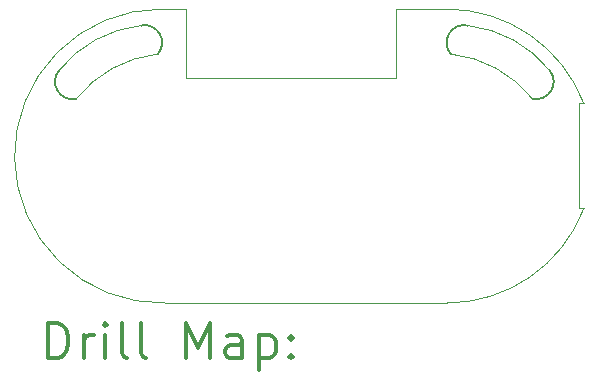
<source format=gbr>
%FSLAX45Y45*%
G04 Gerber Fmt 4.5, Leading zero omitted, Abs format (unit mm)*
G04 Created by KiCad (PCBNEW (5.1.10)-1) date 2021-07-14 09:57:32*
%MOMM*%
%LPD*%
G01*
G04 APERTURE LIST*
%TA.AperFunction,Profile*%
%ADD10C,0.150000*%
%TD*%
%TA.AperFunction,Profile*%
%ADD11C,0.050000*%
%TD*%
%ADD12C,0.200000*%
%ADD13C,0.300000*%
G04 APERTURE END LIST*
D10*
X12073722Y-8539419D02*
G75*
G03*
X12218823Y-8780259I113778J-95581D01*
G01*
X12910037Y-8401253D02*
G75*
G03*
X12765072Y-8160509I-112537J96253D01*
G01*
D11*
X12073967Y-8539626D02*
G75*
G02*
X12765072Y-8160509I801104J-640884D01*
G01*
X12218823Y-8780259D02*
G75*
G02*
X12910037Y-8401253I800781J-640625D01*
G01*
X16081177Y-8780259D02*
G75*
G03*
X15389963Y-8401253I-800781J-640625D01*
G01*
X16226033Y-8539626D02*
G75*
G03*
X15534928Y-8160509I-801104J-640884D01*
G01*
D10*
X16226278Y-8539419D02*
G75*
G02*
X16081177Y-8780259I-113778J-95581D01*
G01*
X15389963Y-8401253D02*
G75*
G02*
X15534928Y-8160509I112537J96253D01*
G01*
D11*
X16516811Y-9708996D02*
G75*
G02*
X15354100Y-10509600I-1162711J443996D01*
G01*
X14922300Y-8604600D02*
X13144300Y-8604600D01*
X13144300Y-8604600D02*
X13144300Y-8020400D01*
X16516436Y-8820024D02*
X16471636Y-8820024D01*
X16471700Y-9709000D02*
X16471636Y-8820024D01*
X16516436Y-8820024D02*
G75*
G03*
X15354100Y-8020400I-1162336J-444976D01*
G01*
X15354100Y-10509600D02*
X12971508Y-10509229D01*
X14922300Y-8020400D02*
X14922300Y-8604600D01*
X13144300Y-8020400D02*
X12941100Y-8020400D01*
X15354100Y-8020400D02*
X14922300Y-8020400D01*
X16471700Y-9709000D02*
X16516811Y-9708996D01*
X12971508Y-10509229D02*
G75*
G02*
X12941100Y-8020400I-30408J1244229D01*
G01*
D12*
D13*
X11980428Y-10977814D02*
X11980428Y-10677814D01*
X12051857Y-10677814D01*
X12094714Y-10692100D01*
X12123286Y-10720672D01*
X12137571Y-10749243D01*
X12151857Y-10806386D01*
X12151857Y-10849243D01*
X12137571Y-10906386D01*
X12123286Y-10934957D01*
X12094714Y-10963529D01*
X12051857Y-10977814D01*
X11980428Y-10977814D01*
X12280428Y-10977814D02*
X12280428Y-10777814D01*
X12280428Y-10834957D02*
X12294714Y-10806386D01*
X12309000Y-10792100D01*
X12337571Y-10777814D01*
X12366143Y-10777814D01*
X12466143Y-10977814D02*
X12466143Y-10777814D01*
X12466143Y-10677814D02*
X12451857Y-10692100D01*
X12466143Y-10706386D01*
X12480428Y-10692100D01*
X12466143Y-10677814D01*
X12466143Y-10706386D01*
X12651857Y-10977814D02*
X12623286Y-10963529D01*
X12609000Y-10934957D01*
X12609000Y-10677814D01*
X12809000Y-10977814D02*
X12780428Y-10963529D01*
X12766143Y-10934957D01*
X12766143Y-10677814D01*
X13151857Y-10977814D02*
X13151857Y-10677814D01*
X13251857Y-10892100D01*
X13351857Y-10677814D01*
X13351857Y-10977814D01*
X13623286Y-10977814D02*
X13623286Y-10820672D01*
X13609000Y-10792100D01*
X13580428Y-10777814D01*
X13523286Y-10777814D01*
X13494714Y-10792100D01*
X13623286Y-10963529D02*
X13594714Y-10977814D01*
X13523286Y-10977814D01*
X13494714Y-10963529D01*
X13480428Y-10934957D01*
X13480428Y-10906386D01*
X13494714Y-10877814D01*
X13523286Y-10863529D01*
X13594714Y-10863529D01*
X13623286Y-10849243D01*
X13766143Y-10777814D02*
X13766143Y-11077814D01*
X13766143Y-10792100D02*
X13794714Y-10777814D01*
X13851857Y-10777814D01*
X13880428Y-10792100D01*
X13894714Y-10806386D01*
X13909000Y-10834957D01*
X13909000Y-10920672D01*
X13894714Y-10949243D01*
X13880428Y-10963529D01*
X13851857Y-10977814D01*
X13794714Y-10977814D01*
X13766143Y-10963529D01*
X14037571Y-10949243D02*
X14051857Y-10963529D01*
X14037571Y-10977814D01*
X14023286Y-10963529D01*
X14037571Y-10949243D01*
X14037571Y-10977814D01*
X14037571Y-10792100D02*
X14051857Y-10806386D01*
X14037571Y-10820672D01*
X14023286Y-10806386D01*
X14037571Y-10792100D01*
X14037571Y-10820672D01*
M02*

</source>
